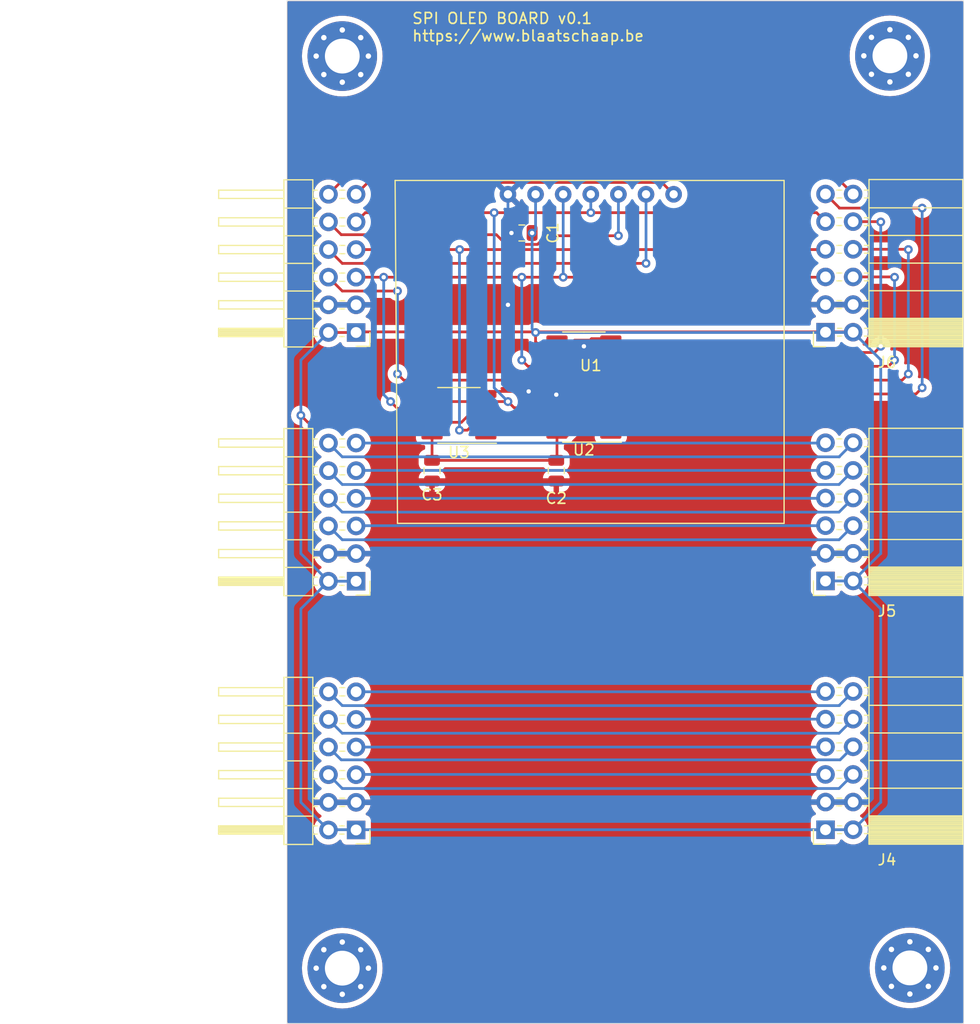
<source format=kicad_pcb>
(kicad_pcb (version 20221018) (generator pcbnew)
  (layers (0 "F.Cu" signal) (31 "B.Cu" signal) (34 "B.Paste" user "B.Plakken") (35 "F.Paste" user "F.Plakken") (36 "B.SilkS" user "B.Silkscreen") (37 "F.SilkS" user "F.Silkscreen") (38 "B.Mask" user) (39 "F.Mask" user "F. masker") (44 "Edge.Cuts" user))
  (net 0 "")
  (net 1 "SCL")
  (net 2 "SDA")
  (net 3 "IO4")
  (net 4 "IO3")
  (net 5 "RESET")
  (net 6 "IO2")
  (net 7 "INT")
  (net 8 "IO1")
  (net 9 "PMOD_SPI_OUT_CS3")
  (net 10 "PMOD_SPI_OUT_CS2")
  (net 11 "PMOD_UART_RESET")
  (net 12 "PMOD_UART_INT")
  (net 13 "PMOD_UART_CTS")
  (net 14 "PMOD_UART_TXD")
  (net 15 "PMOD_UART_GPIO3")
  (net 16 "PMOD_UART_RXD")
  (net 17 "PMOD_UART_GPIO4")
  (net 18 "PMOD_UART_RTS")
  (net 19 "PMOD_SPI_INT")
  (net 20 "PMOD_SPI_CS")
  (net 21 "PMOD_SPI_RESET")
  (net 22 "PMOD_SPI_MOSI")
  (net 23 "PMOD_SPI_CS2")
  (net 24 "PMOD_SPI_MISO")
  (net 25 "PMOD_SPI_CS3")
  (net 26 "PMOD_SPI_SCK")
  (net 27 "VCC")
  (net 28 "GND")
  (net 29 "PMOD_SPI_OUT_CS")
  (net 30 "PMOD_SPI_OUT_RESET")
  (net 35 "FLASH_CS")
  (footprint "Connector_PinHeader_2.54mm:PinHeader_2x06_P2.54mm_Horizontal" (layer "F.Cu") (at 63.5 119.38 180)
    (fp_text reference "J1" hide)
    (fp_text value "Conn_02x06_Odd_Even")
    (pad "1" thru_hole rect (at 0 0 180) (size 1.7 1.7) (drill 1) (layers "*.Cu" "*.Mask") (net 27 "VCC"))
    (pad "2" thru_hole oval (at 2.54 0 180) (size 1.7 1.7) (drill 1) (layers "*.Cu" "*.Mask") (net 27 "VCC"))
    (pad "3" thru_hole oval (at 0 2.54 180) (size 1.7 1.7) (drill 1) (layers "*.Cu" "*.Mask") (net 28 "GND"))
    (pad "4" thru_hole oval (at 2.54 2.54 180) (size 1.7 1.7) (drill 1) (layers "*.Cu" "*.Mask") (net 28 "GND"))
    (pad "5" thru_hole oval (at 0 5.08 180) (size 1.7 1.7) (drill 1) (layers "*.Cu" "*.Mask") (net 2 "SDA"))
    (pad "6" thru_hole oval (at 2.54 5.08 180) (size 1.7 1.7) (drill 1) (layers "*.Cu" "*.Mask") (net 3 "IO4"))
    (pad "7" thru_hole oval (at 0 7.62 180) (size 1.7 1.7) (drill 1) (layers "*.Cu" "*.Mask") (net 1 "SCL"))
    (pad "8" thru_hole oval (at 2.54 7.62 180) (size 1.7 1.7) (drill 1) (layers "*.Cu" "*.Mask") (net 4 "IO3"))
    (pad "9" thru_hole oval (at 0 10.16 180) (size 1.7 1.7) (drill 1) (layers "*.Cu" "*.Mask") (net 5 "RESET"))
    (pad "10" thru_hole oval (at 2.54 10.16 180) (size 1.7 1.7) (drill 1) (layers "*.Cu" "*.Mask") (net 6 "IO2"))
    (pad "11" thru_hole oval (at 0 12.7 180) (size 1.7 1.7) (drill 1) (layers "*.Cu" "*.Mask") (net 7 "INT"))
    (pad "12" thru_hole oval (at 2.54 12.7 180) (size 1.7 1.7) (drill 1) (layers "*.Cu" "*.Mask") (net 8 "IO1"))
  )
  (footprint "Connector_PinHeader_2.54mm:PinHeader_2x06_P2.54mm_Horizontal" (layer "F.Cu") (at 63.5 96.52 180)
    (fp_text reference "J2" hide)
    (fp_text value "Conn_02x06_Odd_Even")
    (pad "1" thru_hole rect (at 0 0 180) (size 1.7 1.7) (drill 1) (layers "*.Cu" "*.Mask") (net 27 "VCC"))
    (pad "2" thru_hole oval (at 2.54 0 180) (size 1.7 1.7) (drill 1) (layers "*.Cu" "*.Mask") (net 27 "VCC"))
    (pad "3" thru_hole oval (at 0 2.54 180) (size 1.7 1.7) (drill 1) (layers "*.Cu" "*.Mask") (net 28 "GND"))
    (pad "4" thru_hole oval (at 2.54 2.54 180) (size 1.7 1.7) (drill 1) (layers "*.Cu" "*.Mask") (net 28 "GND"))
    (pad "5" thru_hole oval (at 0 5.08 180) (size 1.7 1.7) (drill 1) (layers "*.Cu" "*.Mask") (net 18 "PMOD_UART_RTS"))
    (pad "6" thru_hole oval (at 2.54 5.08 180) (size 1.7 1.7) (drill 1) (layers "*.Cu" "*.Mask") (net 17 "PMOD_UART_GPIO4"))
    (pad "7" thru_hole oval (at 0 7.62 180) (size 1.7 1.7) (drill 1) (layers "*.Cu" "*.Mask") (net 16 "PMOD_UART_RXD"))
    (pad "8" thru_hole oval (at 2.54 7.62 180) (size 1.7 1.7) (drill 1) (layers "*.Cu" "*.Mask") (net 15 "PMOD_UART_GPIO3"))
    (pad "9" thru_hole oval (at 0 10.16 180) (size 1.7 1.7) (drill 1) (layers "*.Cu" "*.Mask") (net 14 "PMOD_UART_TXD"))
    (pad "10" thru_hole oval (at 2.54 10.16 180) (size 1.7 1.7) (drill 1) (layers "*.Cu" "*.Mask") (net 11 "PMOD_UART_RESET"))
    (pad "11" thru_hole oval (at 0 12.7 180) (size 1.7 1.7) (drill 1) (layers "*.Cu" "*.Mask") (net 13 "PMOD_UART_CTS"))
    (pad "12" thru_hole oval (at 2.54 12.7 180) (size 1.7 1.7) (drill 1) (layers "*.Cu" "*.Mask") (net 12 "PMOD_UART_INT"))
  )
  (footprint "Connector_PinHeader_2.54mm:PinHeader_2x06_P2.54mm_Horizontal" (layer "F.Cu") (at 63.5 73.66 180)
    (fp_text reference "J3" hide)
    (fp_text value "Conn_02x06_Odd_Even")
    (pad "1" thru_hole rect (at 0 0 180) (size 1.7 1.7) (drill 1) (layers "*.Cu" "*.Mask") (net 27 "VCC"))
    (pad "2" thru_hole oval (at 2.54 0 180) (size 1.7 1.7) (drill 1) (layers "*.Cu" "*.Mask") (net 27 "VCC"))
    (pad "3" thru_hole oval (at 0 2.54 180) (size 1.7 1.7) (drill 1) (layers "*.Cu" "*.Mask") (net 28 "GND"))
    (pad "4" thru_hole oval (at 2.54 2.54 180) (size 1.7 1.7) (drill 1) (layers "*.Cu" "*.Mask") (net 28 "GND"))
    (pad "5" thru_hole oval (at 0 5.08 180) (size 1.7 1.7) (drill 1) (layers "*.Cu" "*.Mask") (net 26 "PMOD_SPI_SCK"))
    (pad "6" thru_hole oval (at 2.54 5.08 180) (size 1.7 1.7) (drill 1) (layers "*.Cu" "*.Mask") (net 25 "PMOD_SPI_CS3"))
    (pad "7" thru_hole oval (at 0 7.62 180) (size 1.7 1.7) (drill 1) (layers "*.Cu" "*.Mask") (net 24 "PMOD_SPI_MISO"))
    (pad "8" thru_hole oval (at 2.54 7.62 180) (size 1.7 1.7) (drill 1) (layers "*.Cu" "*.Mask") (net 23 "PMOD_SPI_CS2"))
    (pad "9" thru_hole oval (at 0 10.16 180) (size 1.7 1.7) (drill 1) (layers "*.Cu" "*.Mask") (net 22 "PMOD_SPI_MOSI"))
    (pad "10" thru_hole oval (at 2.54 10.16 180) (size 1.7 1.7) (drill 1) (layers "*.Cu" "*.Mask") (net 21 "PMOD_SPI_RESET"))
    (pad "11" thru_hole oval (at 0 12.7 180) (size 1.7 1.7) (drill 1) (layers "*.Cu" "*.Mask") (net 20 "PMOD_SPI_CS"))
    (pad "12" thru_hole oval (at 2.54 12.7 180) (size 1.7 1.7) (drill 1) (layers "*.Cu" "*.Mask") (net 19 "PMOD_SPI_INT"))
  )
  (footprint "Connector_PinSocket_2.54mm:PinSocket_2x06_P2.54mm_Horizontal" (layer "F.Cu") (at 106.68 119.355 180)
    (fp_text reference "J4" (at -5.65 -2.77) (layer "F.SilkS"))
    (fp_text value "Conn_02x06_Odd_Even")
    (pad "1" thru_hole rect (at 0 0 180) (size 1.7 1.7) (drill 1) (layers "*.Cu" "*.Mask") (net 27 "VCC"))
    (pad "2" thru_hole oval (at -2.54 0 180) (size 1.7 1.7) (drill 1) (layers "*.Cu" "*.Mask") (net 27 "VCC"))
    (pad "3" thru_hole oval (at 0 2.54 180) (size 1.7 1.7) (drill 1) (layers "*.Cu" "*.Mask") (net 28 "GND"))
    (pad "4" thru_hole oval (at -2.54 2.54 180) (size 1.7 1.7) (drill 1) (layers "*.Cu" "*.Mask") (net 28 "GND"))
    (pad "5" thru_hole oval (at 0 5.08 180) (size 1.7 1.7) (drill 1) (layers "*.Cu" "*.Mask") (net 2 "SDA"))
    (pad "6" thru_hole oval (at -2.54 5.08 180) (size 1.7 1.7) (drill 1) (layers "*.Cu" "*.Mask") (net 3 "IO4"))
    (pad "7" thru_hole oval (at 0 7.62 180) (size 1.7 1.7) (drill 1) (layers "*.Cu" "*.Mask") (net 1 "SCL"))
    (pad "8" thru_hole oval (at -2.54 7.62 180) (size 1.7 1.7) (drill 1) (layers "*.Cu" "*.Mask") (net 4 "IO3"))
    (pad "9" thru_hole oval (at 0 10.16 180) (size 1.7 1.7) (drill 1) (layers "*.Cu" "*.Mask") (net 5 "RESET"))
    (pad "10" thru_hole oval (at -2.54 10.16 180) (size 1.7 1.7) (drill 1) (layers "*.Cu" "*.Mask") (net 6 "IO2"))
    (pad "11" thru_hole oval (at 0 12.7 180) (size 1.7 1.7) (drill 1) (layers "*.Cu" "*.Mask") (net 7 "INT"))
    (pad "12" thru_hole oval (at -2.54 12.7 180) (size 1.7 1.7) (drill 1) (layers "*.Cu" "*.Mask") (net 8 "IO1"))
  )
  (footprint "Connector_PinSocket_2.54mm:PinSocket_2x06_P2.54mm_Horizontal" (layer "F.Cu") (at 106.68 96.495 180)
    (fp_text reference "J5" (at -5.65 -2.77) (layer "F.SilkS"))
    (fp_text value "Conn_02x06_Odd_Even")
    (pad "1" thru_hole rect (at 0 0 180) (size 1.7 1.7) (drill 1) (layers "*.Cu" "*.Mask") (net 27 "VCC"))
    (pad "2" thru_hole oval (at -2.54 0 180) (size 1.7 1.7) (drill 1) (layers "*.Cu" "*.Mask") (net 27 "VCC"))
    (pad "3" thru_hole oval (at 0 2.54 180) (size 1.7 1.7) (drill 1) (layers "*.Cu" "*.Mask") (net 28 "GND"))
    (pad "4" thru_hole oval (at -2.54 2.54 180) (size 1.7 1.7) (drill 1) (layers "*.Cu" "*.Mask") (net 28 "GND"))
    (pad "5" thru_hole oval (at 0 5.08 180) (size 1.7 1.7) (drill 1) (layers "*.Cu" "*.Mask") (net 18 "PMOD_UART_RTS"))
    (pad "6" thru_hole oval (at -2.54 5.08 180) (size 1.7 1.7) (drill 1) (layers "*.Cu" "*.Mask") (net 17 "PMOD_UART_GPIO4"))
    (pad "7" thru_hole oval (at 0 7.62 180) (size 1.7 1.7) (drill 1) (layers "*.Cu" "*.Mask") (net 16 "PMOD_UART_RXD"))
    (pad "8" thru_hole oval (at -2.54 7.62 180) (size 1.7 1.7) (drill 1) (layers "*.Cu" "*.Mask") (net 15 "PMOD_UART_GPIO3"))
    (pad "9" thru_hole oval (at 0 10.16 180) (size 1.7 1.7) (drill 1) (layers "*.Cu" "*.Mask") (net 14 "PMOD_UART_TXD"))
    (pad "10" thru_hole oval (at -2.54 10.16 180) (size 1.7 1.7) (drill 1) (layers "*.Cu" "*.Mask") (net 11 "PMOD_UART_RESET"))
    (pad "11" thru_hole oval (at 0 12.7 180) (size 1.7 1.7) (drill 1) (layers "*.Cu" "*.Mask") (net 13 "PMOD_UART_CTS"))
    (pad "12" thru_hole oval (at -2.54 12.7 180) (size 1.7 1.7) (drill 1) (layers "*.Cu" "*.Mask") (net 12 "PMOD_UART_INT"))
  )
  (footprint "Connector_PinSocket_2.54mm:PinSocket_2x06_P2.54mm_Horizontal" (layer "F.Cu") (at 106.68 73.635 180)
    (fp_text reference "J6" (at -5.65 -2.77) (layer "F.SilkS"))
    (fp_text value "Conn_02x06_Odd_Even")
    (pad "1" thru_hole rect (at 0 0 180) (size 1.7 1.7) (drill 1) (layers "*.Cu" "*.Mask") (net 27 "VCC"))
    (pad "2" thru_hole oval (at -2.54 0 180) (size 1.7 1.7) (drill 1) (layers "*.Cu" "*.Mask") (net 27 "VCC"))
    (pad "3" thru_hole oval (at 0 2.54 180) (size 1.7 1.7) (drill 1) (layers "*.Cu" "*.Mask") (net 28 "GND"))
    (pad "4" thru_hole oval (at -2.54 2.54 180) (size 1.7 1.7) (drill 1) (layers "*.Cu" "*.Mask") (net 28 "GND"))
    (pad "5" thru_hole oval (at 0 5.08 180) (size 1.7 1.7) (drill 1) (layers "*.Cu" "*.Mask") (net 26 "PMOD_SPI_SCK"))
    (pad "6" thru_hole oval (at -2.54 5.08 180) (size 1.7 1.7) (drill 1) (layers "*.Cu" "*.Mask") (net 9 "PMOD_SPI_OUT_CS3"))
    (pad "7" thru_hole oval (at 0 7.62 180) (size 1.7 1.7) (drill 1) (layers "*.Cu" "*.Mask") (net 24 "PMOD_SPI_MISO"))
    (pad "8" thru_hole oval (at -2.54 7.62 180) (size 1.7 1.7) (drill 1) (layers "*.Cu" "*.Mask") (net 10 "PMOD_SPI_OUT_CS2"))
    (pad "9" thru_hole oval (at 0 10.16 180) (size 1.7 1.7) (drill 1) (layers "*.Cu" "*.Mask") (net 22 "PMOD_SPI_MOSI"))
    (pad "10" thru_hole oval (at -2.54 10.16 180) (size 1.7 1.7) (drill 1) (layers "*.Cu" "*.Mask") (net 30 "PMOD_SPI_OUT_RESET"))
    (pad "11" thru_hole oval (at 0 12.7 180) (size 1.7 1.7) (drill 1) (layers "*.Cu" "*.Mask") (net 29 "PMOD_SPI_OUT_CS"))
    (pad "12" thru_hole oval (at -2.54 12.7 180) (size 1.7 1.7) (drill 1) (layers "*.Cu" "*.Mask") (net 19 "PMOD_SPI_INT"))
  )
  (footprint "MountingHole:MountingHole_3.2mm_M3_Pad_Via" (layer "F.Cu") (at 62.23 48.26)
    (fp_text reference "H1" hide)
    (fp_text value "MountingHole")
    (pad "1" thru_hole circle (at -2.4 0) (size 0.8 0.8) (drill 0.5) (layers "*.Cu" "*.Mask"))
    (pad "1" thru_hole circle (at -1.697056 -1.697056) (size 0.8 0.8) (drill 0.5) (layers "*.Cu" "*.Mask"))
    (pad "1" thru_hole circle (at -1.697056 1.697056) (size 0.8 0.8) (drill 0.5) (layers "*.Cu" "*.Mask"))
    (pad "1" thru_hole circle (at 0 -2.4) (size 0.8 0.8) (drill 0.5) (layers "*.Cu" "*.Mask"))
    (pad "1" thru_hole circle (at 0 0) (size 6.4 6.4) (drill 3.2) (layers "*.Cu" "*.Mask"))
    (pad "1" thru_hole circle (at 0 2.4) (size 0.8 0.8) (drill 0.5) (layers "*.Cu" "*.Mask"))
    (pad "1" thru_hole circle (at 1.697056 -1.697056) (size 0.8 0.8) (drill 0.5) (layers "*.Cu" "*.Mask"))
    (pad "1" thru_hole circle (at 1.697056 1.697056) (size 0.8 0.8) (drill 0.5) (layers "*.Cu" "*.Mask"))
    (pad "1" thru_hole circle (at 2.4 0) (size 0.8 0.8) (drill 0.5) (layers "*.Cu" "*.Mask"))
  )
  (footprint "MountingHole:MountingHole_3.2mm_M3_Pad_Via" (layer "F.Cu") (at 62.23 132.08)
    (fp_text reference "H2" hide)
    (fp_text value "MountingHole")
    (pad "1" thru_hole circle (at -2.4 0) (size 0.8 0.8) (drill 0.5) (layers "*.Cu" "*.Mask"))
    (pad "1" thru_hole circle (at -1.697056 -1.697056) (size 0.8 0.8) (drill 0.5) (layers "*.Cu" "*.Mask"))
    (pad "1" thru_hole circle (at -1.697056 1.697056) (size 0.8 0.8) (drill 0.5) (layers "*.Cu" "*.Mask"))
    (pad "1" thru_hole circle (at 0 -2.4) (size 0.8 0.8) (drill 0.5) (layers "*.Cu" "*.Mask"))
    (pad "1" thru_hole circle (at 0 0) (size 6.4 6.4) (drill 3.2) (layers "*.Cu" "*.Mask"))
    (pad "1" thru_hole circle (at 0 2.4) (size 0.8 0.8) (drill 0.5) (layers "*.Cu" "*.Mask"))
    (pad "1" thru_hole circle (at 1.697056 -1.697056) (size 0.8 0.8) (drill 0.5) (layers "*.Cu" "*.Mask"))
    (pad "1" thru_hole circle (at 1.697056 1.697056) (size 0.8 0.8) (drill 0.5) (layers "*.Cu" "*.Mask"))
    (pad "1" thru_hole circle (at 2.4 0) (size 0.8 0.8) (drill 0.5) (layers "*.Cu" "*.Mask"))
  )
  (footprint "MountingHole:MountingHole_3.2mm_M3_Pad_Via" (layer "F.Cu") (at 112.602944 48.235)
    (fp_text reference "H3" hide)
    (fp_text value "MountingHole")
    (pad "1" thru_hole circle (at -2.4 0) (size 0.8 0.8) (drill 0.5) (layers "*.Cu" "*.Mask"))
    (pad "1" thru_hole circle (at -1.697056 -1.697056) (size 0.8 0.8) (drill 0.5) (layers "*.Cu" "*.Mask"))
    (pad "1" thru_hole circle (at -1.697056 1.697056) (size 0.8 0.8) (drill 0.5) (layers "*.Cu" "*.Mask"))
    (pad "1" thru_hole circle (at 0 -2.4) (size 0.8 0.8) (drill 0.5) (layers "*.Cu" "*.Mask"))
    (pad "1" thru_hole circle (at 0 0) (size 6.4 6.4) (drill 3.2) (layers "*.Cu" "*.Mask"))
    (pad "1" thru_hole circle (at 0 2.4) (size 0.8 0.8) (drill 0.5) (layers "*.Cu" "*.Mask"))
    (pad "1" thru_hole circle (at 1.697056 -1.697056) (size 0.8 0.8) (drill 0.5) (layers "*.Cu" "*.Mask"))
    (pad "1" thru_hole circle (at 1.697056 1.697056) (size 0.8 0.8) (drill 0.5) (layers "*.Cu" "*.Mask"))
    (pad "1" thru_hole circle (at 2.4 0) (size 0.8 0.8) (drill 0.5) (layers "*.Cu" "*.Mask"))
  )
  (footprint "MountingHole:MountingHole_3.2mm_M3_Pad_Via" (layer "F.Cu") (at 114.44 132.055)
    (fp_text reference "H4" hide)
    (fp_text value "MountingHole")
    (pad "1" thru_hole circle (at -2.4 0) (size 0.8 0.8) (drill 0.5) (layers "*.Cu" "*.Mask"))
    (pad "1" thru_hole circle (at -1.697056 -1.697056) (size 0.8 0.8) (drill 0.5) (layers "*.Cu" "*.Mask"))
    (pad "1" thru_hole circle (at -1.697056 1.697056) (size 0.8 0.8) (drill 0.5) (layers "*.Cu" "*.Mask"))
    (pad "1" thru_hole circle (at 0 -2.4) (size 0.8 0.8) (drill 0.5) (layers "*.Cu" "*.Mask"))
    (pad "1" thru_hole circle (at 0 0) (size 6.4 6.4) (drill 3.2) (layers "*.Cu" "*.Mask"))
    (pad "1" thru_hole circle (at 0 2.4) (size 0.8 0.8) (drill 0.5) (layers "*.Cu" "*.Mask"))
    (pad "1" thru_hole circle (at 1.697056 -1.697056) (size 0.8 0.8) (drill 0.5) (layers "*.Cu" "*.Mask"))
    (pad "1" thru_hole circle (at 1.697056 1.697056) (size 0.8 0.8) (drill 0.5) (layers "*.Cu" "*.Mask"))
    (pad "1" thru_hole circle (at 2.4 0) (size 0.8 0.8) (drill 0.5) (layers "*.Cu" "*.Mask"))
  )
  (footprint "Capacitor_SMD:C_0805_2012Metric" (layer "F.Cu") (at 78.74 64.516 180)
    (fp_text reference "C1" (at -2.86 0 90) (layer "F.SilkS"))
    (fp_text value "C_Small")
    (pad "1" smd roundrect (at -0.95 0 180) (size 1 1.45) (layers "F.Cu" "F.Paste" "F.Mask") (net 27 "VCC"))
    (pad "2" smd roundrect (at 0.95 0 180) (size 1 1.45) (layers "F.Cu" "F.Paste" "F.Mask") (net 28 "GND"))
  )
  (footprint "Capacitor_SMD:C_0805_2012Metric" (layer "F.Cu") (at 81.915 86.36 -90)
    (fp_text reference "C2" (at 2.54 0 -180) (layer "F.SilkS"))
    (fp_text value "C_Small")
    (pad "1" smd roundrect (at -0.95 0 270) (size 1 1.45) (layers "F.Cu" "F.Paste" "F.Mask") (net 27 "VCC"))
    (pad "2" smd roundrect (at 0.95 0 270) (size 1 1.45) (layers "F.Cu" "F.Paste" "F.Mask") (net 28 "GND"))
  )
  (footprint "Package_SO:SOIC-8_3.9x4.9mm_P1.27mm" (layer "F.Cu") (at 72.96 81.28 180)
    (fp_text reference "U3" (at 0 -3.4) (layer "F.SilkS"))
    (fp_text value "AT25xxx")
    (pad "1" smd roundrect (at -2.475 -1.905 180) (size 1.95 0.6) (layers "F.Cu" "F.Paste" "F.Mask") (net 35 "FLASH_CS"))
    (pad "2" smd roundrect (at -2.475 -0.635 180) (size 1.95 0.6) (layers "F.Cu" "F.Paste" "F.Mask") (net 24 "PMOD_SPI_MISO"))
    (pad "3" smd roundrect (at -2.475 0.635 180) (size 1.95 0.6) (layers "F.Cu" "F.Paste" "F.Mask") (net 27 "VCC"))
    (pad "4" smd roundrect (at -2.475 1.905 180) (size 1.95 0.6) (layers "F.Cu" "F.Paste" "F.Mask") (net 28 "GND"))
    (pad "5" smd roundrect (at 2.475 1.905 180) (size 1.95 0.6) (layers "F.Cu" "F.Paste" "F.Mask") (net 22 "PMOD_SPI_MOSI"))
    (pad "6" smd roundrect (at 2.475 0.635 180) (size 1.95 0.6) (layers "F.Cu" "F.Paste" "F.Mask") (net 26 "PMOD_SPI_SCK"))
    (pad "7" smd roundrect (at 2.475 -0.635 180) (size 1.95 0.6) (layers "F.Cu" "F.Paste" "F.Mask") (net 27 "VCC"))
    (pad "8" smd roundrect (at 2.475 -1.905 180) (size 1.95 0.6) (layers "F.Cu" "F.Paste" "F.Mask") (net 27 "VCC"))
  )
  (footprint "Package_SO:SOIC-16_3.9x9.9mm_P1.27mm" (layer "F.Cu") (at 84.455 78.675 180)
    (fp_text reference "U2" (at 0 -5.78) (layer "F.SilkS"))
    (fp_text value "74HC595")
    (pad "1" smd roundrect (at -2.475 -4.445 180) (size 1.95 0.6) (layers "F.Cu" "F.Paste" "F.Mask"))
    (pad "2" smd roundrect (at -2.475 -3.175 180) (size 1.95 0.6) (layers "F.Cu" "F.Paste" "F.Mask"))
    (pad "3" smd roundrect (at -2.475 -1.905 180) (size 1.95 0.6) (layers "F.Cu" "F.Paste" "F.Mask"))
    (pad "4" smd roundrect (at -2.475 -0.635 180) (size 1.95 0.6) (layers "F.Cu" "F.Paste" "F.Mask") (net 29 "PMOD_SPI_OUT_CS"))
    (pad "5" smd roundrect (at -2.475 0.635 180) (size 1.95 0.6) (layers "F.Cu" "F.Paste" "F.Mask") (net 10 "PMOD_SPI_OUT_CS2"))
    (pad "6" smd roundrect (at -2.475 1.905 180) (size 1.95 0.6) (layers "F.Cu" "F.Paste" "F.Mask") (net 9 "PMOD_SPI_OUT_CS3"))
    (pad "7" smd roundrect (at -2.475 3.175 180) (size 1.95 0.6) (layers "F.Cu" "F.Paste" "F.Mask") (net 30 "PMOD_SPI_OUT_RESET"))
    (pad "8" smd roundrect (at -2.475 4.445 180) (size 1.95 0.6) (layers "F.Cu" "F.Paste" "F.Mask") (net 28 "GND"))
    (pad "9" smd roundrect (at 2.475 4.445 180) (size 1.95 0.6) (layers "F.Cu" "F.Paste" "F.Mask"))
    (pad "10" smd roundrect (at 2.475 3.175 180) (size 1.95 0.6) (layers "F.Cu" "F.Paste" "F.Mask") (net 27 "VCC"))
    (pad "11" smd roundrect (at 2.475 1.905 180) (size 1.95 0.6) (layers "F.Cu" "F.Paste" "F.Mask") (net 26 "PMOD_SPI_SCK"))
    (pad "12" smd roundrect (at 2.475 0.635 180) (size 1.95 0.6) (layers "F.Cu" "F.Paste" "F.Mask") (net 25 "PMOD_SPI_CS3"))
    (pad "13" smd roundrect (at 2.475 -0.635 180) (size 1.95 0.6) (layers "F.Cu" "F.Paste" "F.Mask") (net 28 "GND"))
    (pad "14" smd roundrect (at 2.475 -1.905 180) (size 1.95 0.6) (layers "F.Cu" "F.Paste" "F.Mask") (net 22 "PMOD_SPI_MOSI"))
    (pad "15" smd roundrect (at 2.475 -3.175 180) (size 1.95 0.6) (layers "F.Cu" "F.Paste" "F.Mask") (net 35 "FLASH_CS"))
    (pad "16" smd roundrect (at 2.475 -4.445 180) (size 1.95 0.6) (layers "F.Cu" "F.Paste" "F.Mask") (net 27 "VCC"))
  )
  (footprint "Capacitor_SMD:C_0805_2012Metric" (layer "F.Cu") (at 70.485 86.36 -90)
    (fp_text reference "C3" (at 2.22 0 -180) (layer "F.SilkS"))
    (fp_text value "C_Small")
    (pad "1" smd roundrect (at -0.95 0 270) (size 1 1.45) (layers "F.Cu" "F.Paste" "F.Mask") (net 27 "VCC"))
    (pad "2" smd roundrect (at 0.95 0 270) (size 1 1.45) (layers "F.Cu" "F.Paste" "F.Mask") (net 28 "GND"))
  )
  (footprint "AvS_Modules:MOD_OLED_SPI_128x64_1.3" (layer "F.Cu") (at 85.09 76.2)
    (fp_text reference "U1" (at 0 0.5) (layer "F.SilkS"))
    (fp_text value "MOD_OLED_SPI")
    (pad "1" thru_hole circle (at -7.62 -15.24) (size 1.524 1.524) (drill 0.762) (layers "*.Cu" "*.Mask") (net 28 "GND"))
    (pad "2" thru_hole circle (at -5.08 -15.24) (size 1.524 1.524) (drill 0.762) (layers "*.Cu" "*.Mask") (net 27 "VCC"))
    (pad "3" thru_hole circle (at -2.54 -15.24) (size 1.524 1.524) (drill 0.762) (layers "*.Cu" "*.Mask") (net 26 "PMOD_SPI_SCK"))
    (pad "4" thru_hole circle (at 0 -15.24) (size 1.524 1.524) (drill 0.762) (layers "*.Cu" "*.Mask") (net 22 "PMOD_SPI_MOSI"))
    (pad "5" thru_hole circle (at 2.54 -15.24) (size 1.524 1.524) (drill 0.762) (layers "*.Cu" "*.Mask") (net 21 "PMOD_SPI_RESET"))
    (pad "6" thru_hole circle (at 5.08 -15.24) (size 1.524 1.524) (drill 0.762) (layers "*.Cu" "*.Mask") (net 23 "PMOD_SPI_CS2"))
    (pad "7" thru_hole circle (at 7.62 -15.24) (size 1.524 1.524) (drill 0.762) (layers "*.Cu" "*.Mask") (net 20 "PMOD_SPI_CS"))
  )
  (gr_line (start 119.38 137.16) (end 57.15 137.16) (stroke (width 0.05)) (layer "Edge.Cuts"))
  (gr_line (start 57.15 43.18) (end 119.38 43.18) (stroke (width 0.05)) (layer "Edge.Cuts"))
  (gr_line (start 57.15 43.18) (end 57.15 137.16) (stroke (width 0.05)) (layer "Edge.Cuts"))
  (gr_line (start 119.38 43.18) (end 119.38 137.16) (stroke (width 0.05)) (layer "Edge.Cuts"))
  (gr_text "SPI OLED BOARD v0.1\nhttps://www.blaatschaap.be" (at 68.58 46.99) (layer "F.SilkS") (effects (font (size 1 1)) (justify left bottom)))
  (segment (start 106.655 111.76) (end 106.68 111.735) (width 0.25) (layer "B.Cu") (net 1))
  (segment (start 63.5 111.76) (end 106.655 111.76) (width 0.25) (layer "B.Cu") (net 1))
  (segment (start 106.68 114.275) (end 63.525 114.275) (width 0.25) (layer "B.Cu") (net 2))
  (segment (start 63.525 114.275) (end 63.5 114.3) (width 0.25) (layer "B.Cu") (net 2))
  (segment (start 60.96 114.3) (end 62.23 115.57) (width 0.25) (layer "B.Cu") (net 3))
  (segment (start 107.925 115.57) (end 109.22 114.275) (width 0.25) (layer "B.Cu") (net 3))
  (segment (start 62.23 115.57) (end 107.925 115.57) (width 0.25) (layer "B.Cu") (net 3))
  (segment (start 108.02 112.935) (end 62.135 112.935) (width 0.25) (layer "B.Cu") (net 4))
  (segment (start 62.135 112.935) (end 60.96 111.76) (width 0.25) (layer "B.Cu") (net 4))
  (segment (start 109.22 111.735) (end 108.02 112.935) (width 0.25) (layer "B.Cu") (net 4))
  (segment (start 63.525 109.195) (end 63.5 109.22) (width 0.25) (layer "B.Cu") (net 5))
  (segment (start 106.68 109.195) (end 63.525 109.195) (width 0.25) (layer "B.Cu") (net 5))
  (segment (start 62.23 110.49) (end 107.925 110.49) (width 0.25) (layer "B.Cu") (net 6))
  (segment (start 60.96 109.22) (end 62.23 110.49) (width 0.25) (layer "B.Cu") (net 6))
  (segment (start 107.925 110.49) (end 109.22 109.195) (width 0.25) (layer "B.Cu") (net 6))
  (segment (start 106.655 106.68) (end 106.68 106.655) (width 0.25) (layer "B.Cu") (net 7))
  (segment (start 63.5 106.68) (end 106.655 106.68) (width 0.25) (layer "B.Cu") (net 7))
  (segment (start 107.95 107.95) (end 62.23 107.95) (width 0.25) (layer "B.Cu") (net 8))
  (segment (start 107.95 107.925) (end 107.95 107.95) (width 0.25) (layer "B.Cu") (net 8))
  (segment (start 109.22 106.655) (end 107.95 107.925) (width 0.25) (layer "B.Cu") (net 8))
  (segment (start 62.23 107.95) (end 60.96 106.68) (width 0.25) (layer "B.Cu") (net 8))
  (segment (start 113.005 68.555) (end 109.22 68.555) (width 0.25) (layer "F.Cu") (net 9))
  (segment (start 113.03 68.58) (end 113.005 68.555) (width 0.25) (layer "F.Cu") (net 9))
  (segment (start 86.93 76.77) (end 112.46 76.77) (width 0.25) (layer "F.Cu") (net 9))
  (segment (start 112.46 76.77) (end 113.03 76.2) (width 0.25) (layer "F.Cu") (net 9))
  (via (at 113.03 68.58) (size 0.8) (drill 0.4) (layers "F.Cu" "B.Cu") (net 9))
  (via (at 113.03 76.2) (size 0.8) (drill 0.4) (layers "F.Cu" "B.Cu") (net 9))
  (segment (start 113.03 76.2) (end 113.03 68.58) (width 0.25) (layer "B.Cu") (net 9))
  (segment (start 114.275 66.015) (end 109.22 66.015) (width 0.25) (layer "F.Cu") (net 10))
  (segment (start 113.73 78.04) (end 114.3 77.47) (width 0.25) (layer "F.Cu") (net 10))
  (segment (start 86.93 78.04) (end 113.73 78.04) (width 0.25) (layer "F.Cu") (net 10))
  (segment (start 114.3 66.04) (end 114.275 66.015) (width 0.25) (layer "F.Cu") (net 10))
  (via (at 114.3 77.47) (size 0.8) (drill 0.4) (layers "F.Cu" "B.Cu") (net 10))
  (via (at 114.3 66.04) (size 0.8) (drill 0.4) (layers "F.Cu" "B.Cu") (net 10))
  (segment (start 114.3 77.47) (end 114.3 66.04) (width 0.25) (layer "B.Cu") (net 10))
  (segment (start 60.96 86.36) (end 62.23 87.63) (width 0.25) (layer "B.Cu") (net 11))
  (segment (start 62.23 87.63) (end 107.925 87.63) (width 0.25) (layer "B.Cu") (net 11))
  (segment (start 107.925 87.63) (end 109.22 86.335) (width 0.25) (layer "B.Cu") (net 11))
  (segment (start 107.95 85.065) (end 107.95 85.09) (width 0.25) (layer "B.Cu") (net 12))
  (segment (start 62.23 85.09) (end 60.96 83.82) (width 0.25) (layer "B.Cu") (net 12))
  (segment (start 109.22 83.795) (end 107.95 85.065) (width 0.25) (layer "B.Cu") (net 12))
  (segment (start 107.95 85.09) (end 62.23 85.09) (width 0.25) (layer "B.Cu") (net 12))
  (segment (start 106.655 83.82) (end 106.68 83.795) (width 0.25) (layer "B.Cu") (net 13))
  (segment (start 63.5 83.82) (end 106.655 83.82) (width 0.25) (layer "B.Cu") (net 13))
  (segment (start 63.525 86.335) (end 63.5 86.36) (width 0.25) (layer "B.Cu") (net 14))
  (segment (start 106.68 86.335) (end 63.525 86.335) (width 0.25) (layer "B.Cu") (net 14))
  (segment (start 109.22 88.875) (end 107.925 90.17) (width 0.25) (layer "B.Cu") (net 15))
  (segment (start 107.925 90.17) (end 62.23 90.17) (width 0.25) (layer "B.Cu") (net 15))
  (segment (start 62.23 90.17) (end 60.96 88.9) (width 0.25) (layer "B.Cu") (net 15))
  (segment (start 63.5 88.9) (end 106.655 88.9) (width 0.25) (layer "B.Cu") (net 16))
  (segment (start 106.655 88.9) (end 106.68 88.875) (width 0.25) (layer "B.Cu") (net 16))
  (segment (start 107.925 92.71) (end 109.22 91.415) (width 0.25) (layer "B.Cu") (net 17))
  (segment (start 60.96 91.44) (end 62.23 92.71) (width 0.25) (layer "B.Cu") (net 17))
  (segment (start 62.23 92.71) (end 107.925 92.71) (width 0.25) (layer "B.Cu") (net 17))
  (segment (start 63.525 91.415) (end 63.5 91.44) (width 0.25) (layer "B.Cu") (net 18))
  (segment (start 106.68 91.415) (end 63.525 91.415) (width 0.25) (layer "B.Cu") (net 18))
  (segment (start 109.22 60.935) (end 106.705 58.42) (width 0.25) (layer "F.Cu") (net 19))
  (segment (start 63.5 58.42) (end 60.96 60.96) (width 0.25) (layer "F.Cu") (net 19))
  (segment (start 106.705 58.42) (end 63.5 58.42) (width 0.25) (layer "F.Cu") (net 19))
  (segment (start 63.5 60.96) (end 64.587 59.873) (width 0.25) (layer "F.Cu") (net 20))
  (segment (start 64.587 59.873) (end 91.623 59.873) (width 0.25) (layer "F.Cu") (net 20))
  (segment (start 91.623 59.873) (end 92.71 60.96) (width 0.25) (layer "F.Cu") (net 20))
  (segment (start 80.9811 64.77) (end 87.63 64.77) (width 0.25) (layer "F.Cu") (net 21))
  (segment (start 60.96 63.5) (end 62.135 64.675) (width 0.25) (layer "F.Cu") (net 21))
  (segment (start 76.4039 64.675) (end 77.2949 65.566) (width 0.25) (layer "F.Cu") (net 21))
  (segment (start 77.2949 65.566) (end 80.1851 65.566) (width 0.25) (layer "F.Cu") (net 21))
  (segment (start 80.1851 65.566) (end 80.9811 64.77) (width 0.25) (layer "F.Cu") (net 21))
  (segment (start 62.135 64.675) (end 76.4039 64.675) (width 0.25) (layer "F.Cu") (net 21))
  (via (at 87.63 64.77) (size 0.8) (drill 0.4) (layers "F.Cu" "B.Cu") (net 21))
  (segment (start 87.63 60.96) (end 87.63 64.77) (width 0.25) (layer "B.Cu") (net 21))
  (segment (start 78.04 80.58) (end 77.47 80.01) (width 0.25) (layer "F.Cu") (net 22))
  (segment (start 70.485 79.375) (end 71.12 80.01) (width 0.25) (layer "F.Cu") (net 22))
  (segment (start 63.5 63.5) (end 64.35 62.65) (width 0.25) (layer "F.Cu") (net 22))
  (segment (start 71.12 80.01) (end 77.47 80.01) (width 0.25) (layer "F.Cu") (net 22))
  (segment (start 76.2 62.65) (end 85.09 62.65) (width 0.25) (layer "F.Cu") (net 22))
  (segment (start 81.98 80.58) (end 78.04 80.58) (width 0.25) (layer "F.Cu") (net 22))
  (segment (start 64.35 62.65) (end 76.2 62.65) (width 0.25) (layer "F.Cu") (net 22))
  (segment (start 105.855 62.65) (end 106.68 63.475) (width 0.25) (layer "F.Cu") (net 22))
  (segment (start 85.09 62.65) (end 105.855 62.65) (width 0.25) (layer "F.Cu") (net 22))
  (via (at 76.2 62.65) (size 0.8) (drill 0.4) (layers "F.Cu" "B.Cu") (net 22))
  (via (at 77.47 80.01) (size 0.8) (drill 0.4) (layers "F.Cu" "B.Cu") (net 22))
  (via (at 85.09 62.65) (size 0.8) (drill 0.4) (layers "F.Cu" "B.Cu") (net 22))
  (segment (start 76.2 78.74) (end 76.2 62.65) (width 0.25) (layer "B.Cu") (net 22))
  (segment (start 77.47 80.01) (end 76.2 78.74) (width 0.25) (layer "B.Cu") (net 22))
  (segment (start 85.09 60.96) (end 85.09 62.65) (width 0.25) (layer "B.Cu") (net 22))
  (segment (start 62.23 67.31) (end 90.17 67.31) (width 0.25) (layer "F.Cu") (net 23))
  (segment (start 60.96 66.04) (end 62.23 67.31) (width 0.25) (layer "F.Cu") (net 23))
  (via (at 90.17 67.31) (size 0.8) (drill 0.4) (layers "F.Cu" "B.Cu") (net 23))
  (segment (start 90.17 67.31) (end 90.17 60.96) (width 0.25) (layer "B.Cu") (net 23))
  (segment (start 74.460001 81.915) (end 73.735501 82.6395) (width 0.25) (layer "F.Cu") (net 24))
  (segment (start 106.655 66.04) (end 106.68 66.015) (width 0.25) (layer "F.Cu") (net 24))
  (segment (start 73.025 66.04) (end 106.655 66.04) (width 0.25) (layer "F.Cu") (net 24))
  (segment (start 73.735501 82.6395) (end 73.007794 82.6395) (width 0.25) (layer "F.Cu") (net 24))
  (segment (start 63.5 66.04) (end 73.025 66.04) (width 0.25) (layer "F.Cu") (net 24))
  (segment (start 75.435 81.915) (end 74.460001 81.915) (width 0.25) (layer "F.Cu") (net 24))
  (via (at 73.025 66.04) (size 0.8) (drill 0.4) (layers "F.Cu" "B.Cu") (net 24))
  (via (at 73.007794 82.6395) (size 0.8) (drill 0.4) (layers "F.Cu" "B.Cu") (net 24))
  (segment (start 73.007794 66.057206) (end 73.025 66.04) (width 0.25) (layer "B.Cu") (net 24))
  (segment (start 73.007794 82.6395) (end 73.007794 66.057206) (width 0.25) (layer "B.Cu") (net 24))
  (segment (start 81.98 78.04) (end 67.88 78.04) (width 0.25) (layer "F.Cu") (net 25))
  (segment (start 67.88 78.04) (end 67.31 77.47) (width 0.25) (layer "F.Cu") (net 25))
  (segment (start 62.23 69.85) (end 60.96 68.58) (width 0.25) (layer "F.Cu") (net 25))
  (segment (start 67.31 69.85) (end 62.23 69.85) (width 0.25) (layer "F.Cu") (net 25))
  (via (at 67.31 77.47) (size 0.8) (drill 0.4) (layers "F.Cu" "B.Cu") (net 25))
  (via (at 67.31 69.85) (size 0.8) (drill 0.4) (layers "F.Cu" "B.Cu") (net 25))
  (segment (start 67.31 77.47) (end 67.31 69.85) (width 0.25) (layer "B.Cu") (net 25))
  (segment (start 66.04 68.58) (end 78.74 68.58) (width 0.25) (layer "F.Cu") (net 26))
  (segment (start 82.55 68.58) (end 106.655 68.58) (width 0.25) (layer "F.Cu") (net 26))
  (segment (start 67.31 80.645) (end 66.675 80.01) (width 0.25) (layer "F.Cu") (net 26))
  (segment (start 63.5 68.58) (end 66.04 68.58) (width 0.25) (layer "F.Cu") (net 26))
  (segment (start 78.74 68.58) (end 82.55 68.58) (width 0.25) (layer "F.Cu") (net 26))
  (segment (start 79.31 76.77) (end 78.74 76.2) (width 0.25) (layer "F.Cu") (net 26))
  (segment (start 81.98 76.77) (end 79.31 76.77) (width 0.25) (layer "F.Cu") (net 26))
  (segment (start 106.655 68.58) (end 106.68 68.555) (width 0.25) (layer "F.Cu") (net 26))
  (segment (start 70.485 80.645) (end 67.31 80.645) (width 0.25) (layer "F.Cu") (net 26))
  (via (at 82.55 68.58) (size 0.8) (drill 0.4) (layers "F.Cu" "B.Cu") (net 26))
  (via (at 66.675 80.01) (size 0.8) (drill 0.4) (layers "F.Cu" "B.Cu") (net 26))
  (via (at 78.74 76.2) (size 0.8) (drill 0.4) (layers "F.Cu" "B.Cu") (net 26))
  (via (at 66.04 68.58) (size 0.8) (drill 0.4) (layers "F.Cu" "B.Cu") (net 26))
  (via (at 78.74 68.58) (size 0.8) (drill 0.4) (layers "F.Cu" "B.Cu") (net 26))
  (segment (start 82.55 60.96) (end 82.55 68.58) (width 0.25) (layer "B.Cu") (net 26))
  (segment (start 66.675 80.01) (end 66.04 79.375) (width 0.25) (layer "B.Cu") (net 26))
  (segment (start 66.04 79.375) (end 66.04 68.58) (width 0.25) (layer "B.Cu") (net 26))
  (segment (start 78.74 76.2) (end 78.74 68.58) (width 0.25) (layer "B.Cu") (net 26))
  (segment (start 70.485 85.41) (end 70.485 83.185) (width 0.25) (layer "F.Cu") (net 27))
  (segment (start 83.82 76.365001) (end 82.954999 75.5) (width 0.25) (layer "F.Cu") (net 27))
  (segment (start 59.055 81.915) (end 58.42 81.28) (width 0.25) (layer "F.Cu") (net 27))
  (segment (start 82.954999 75.5) (end 81.98 75.5) (width 0.25) (layer "F.Cu") (net 27))
  (segment (start 73.190001 81.915) (end 70.485 81.915) (width 0.25) (layer "F.Cu") (net 27))
  (segment (start 81.98 85.345) (end 81.915 85.41) (width 0.25) (layer "F.Cu") (net 27))
  (segment (start 81.98 83.12) (end 82.954999 83.12) (width 0.25) (layer "F.Cu") (net 27))
  (segment (start 83.82 82.254999) (end 83.82 76.365001) (width 0.25) (layer "F.Cu") (net 27))
  (segment (start 81.98 75.5) (end 81.005001 75.5) (width 0.25) (layer "F.Cu") (net 27))
  (segment (start 75.435 80.645) (end 74.460001 80.645) (width 0.25) (layer "F.Cu") (net 27))
  (segment (start 82.954999 83.12) (end 83.82 82.254999) (width 0.25) (layer "F.Cu") (net 27))
  (segment (start 81.915 85.41) (end 70.485 85.41) (width 0.25) (layer "F.Cu") (net 27))
  (segment (start 63.5 73.66) (end 63.555 73.605) (width 0.25) (layer "F.Cu") (net 27))
  (segment (start 109.19 73.605) (end 109.22 73.635) (width 0.25) (layer "F.Cu") (net 27))
  (segment (start 70.485 81.915) (end 59.055 81.915) (width 0.25) (layer "F.Cu") (net 27))
  (segment (start 60.96 73.66) (end 63.5 73.66) (width 0.25) (layer "F.Cu") (net 27))
  (segment (start 70.485 83.185) (end 70.485 81.915) (width 0.25) (layer "F.Cu") (net 27))
  (segment (start 74.460001 80.645) (end 73.190001 81.915) (width 0.25) (layer "F.Cu") (net 27))
  (segment (start 63.555 73.605) (end 109.19 73.605) (width 0.25) (layer "F.Cu") (net 27))
  (segment (start 81.005001 75.5) (end 80.01 74.504999) (width 0.25) (layer "F.Cu") (net 27))
  (segment (start 81.98 83.12) (end 81.98 85.345) (width 0.25) (layer "F.Cu") (net 27))
  (segment (start 80.01 74.504999) (end 80.01 73.66) (width 0.25) (layer "F.Cu") (net 27))
  (via (at 58.42 81.28) (size 0.8) (drill 0.4) (layers "F.Cu" "B.Cu") (net 27))
  (via (at 79.69 64.516) (size 0.8) (drill 0.4) (layers "F.Cu" "B.Cu") (net 27))
  (via (at 80.01 73.66) (size 0.8) (drill 0.4) (layers "F.Cu" "B.Cu") (net 27))
  (segment (start 60.96 96.52) (end 58.42 93.98) (width 0.25) (layer "B.Cu") (net 27))
  (segment (start 109.22 119.355) (end 111.735 116.84) (width 0.25) (layer "B.Cu") (net 27))
  (segment (start 60.96 73.66) (end 58.42 76.2) (width 0.25) (layer "B.Cu") (net 27))
  (segment (start 58.42 81.28) (end 58.42 76.2) (width 0.25) (layer "B.Cu") (net 27))
  (segment (start 109.22 119.355) (end 60.985 119.355) (width 0.25) (layer "B.Cu") (net 27))
  (segment (start 63.5 96.52) (end 60.96 96.52) (width 0.25) (layer "B.Cu") (net 27))
  (segment (start 79.69 64.516) (end 79.69 73.34) (width 0.25) (layer "B.Cu") (net 27))
  (segment (start 80.01 60.96) (end 80.01 64.196) (width 0.25) (layer "B.Cu") (net 27))
  (segment (start 58.42 99.06) (end 60.96 96.52) (width 0.25) (layer "B.Cu") (net 27))
  (segment (start 111.76 76.175) (end 109.22 73.635) (width 0.25) (layer "B.Cu") (net 27))
  (segment (start 106.68 73.635) (end 109.22 73.635) (width 0.25) (layer "B.Cu") (net 27))
  (segment (start 60.96 119.38) (end 58.42 116.84) (width 0.25) (layer "B.Cu") (net 27))
  (segment (start 111.76 93.98) (end 111.76 76.175) (width 0.25) (layer "B.Cu") (net 27))
  (segment (start 109.22 96.495) (end 111.735 93.98) (width 0.25) (layer "B.Cu") (net 27))
  (segment (start 109.195 73.66) (end 109.22 73.635) (width 0.25) (layer "B.Cu") (net 27))
  (segment (start 80.01 64.196) (end 79.69 64.516) (width 0.25) (layer "B.Cu") (net 27))
  (segment (start 111.735 93.98) (end 111.76 93.98) (width 0.25) (layer "B.Cu") (net 27))
  (segment (start 79.69 73.34) (end 80.01 73.66) (width 0.25) (layer "B.Cu") (net 27))
  (segment (start 109.195 96.495) (end 106.68 96.495) (width 0.25) (layer "B.Cu") (net 27))
  (segment (start 58.42 116.84) (end 58.42 99.06) (width 0.25) (layer "B.Cu") (net 27))
  (segment (start 58.42 93.98) (end 58.42 81.28) (width 0.25) (layer "B.Cu") (net 27))
  (segment (start 60.985 119.355) (end 60.96 119.38) (width 0.25) (layer "B.Cu") (net 27))
  (segment (start 111.76 116.84) (end 111.76 99.06) (width 0.25) (layer "B.Cu") (net 27))
  (segment (start 80.01 73.66) (end 109.195 73.66) (width 0.25) (layer "B.Cu") (net 27))
  (segment (start 111.76 99.06) (end 109.195 96.495) (width 0.25) (layer "B.Cu") (net 27))
  (segment (start 111.735 116.84) (end 111.76 116.84) (width 0.25) (layer "B.Cu") (net 27))
  (segment (start 79.375 79.075) (end 81.745 79.075) (width 0.25) (layer "F.Cu") (net 28))
  (segment (start 82.045 79.375) (end 81.98 79.31) (width 0.25) (layer "F.Cu") (net 28))
  (segment (start 75.735 79.075) (end 79.375 79.075) (width 0.25) (layer "F.Cu") (net 28))
  (segment (start 86.93 74.23) (end 85.155 74.23) (width 0.25) (layer "F.Cu") (net 28))
  (segment (start 75.435 79.375) (end 75.735 79.075) (width 0.25) (layer "F.Cu") (net 28))
  (segment (start 77.47 71.12) (end 109.195 71.12) (width 0.25) (layer "F.Cu") (net 28))
  (segment (start 109.195 71.12) (end 109.22 71.095) (width 0.25) (layer "F.Cu") (net 28))
  (segment (start 60.96 71.12) (end 77.47 71.12) (width 0.25) (layer "F.Cu") (net 28))
  (segment (start 81.745 79.075) (end 81.915 79.245) (width 0.25) (layer "F.Cu") (net 28))
  (segment (start 81.915 79.245) (end 81.915 79.375) (width 0.25) (layer "F.Cu") (net 28))
  (segment (start 81.915 79.375) (end 82.045 79.375) (width 0.25) (layer "F.Cu") (net 28))
  (segment (start 85.155 74.23) (end 84.455 74.93) (width 0.25) (layer "F.Cu") (net 28))
  (via (at 79.375 79.075) (size 0.8) (drill 0.4) (layers "F.Cu" "B.Cu") (net 28))
  (via (at 77.79 64.516) (size 0.8) (drill 0.4) (layers "F.Cu" "B.Cu") (net 28))
  (via (at 81.915 79.375) (size 0.8) (drill 0.4) (layers "F.Cu" "B.Cu") (net 28))
  (via (at 77.47 71.12) (size 0.8) (drill 0.4) (layers "F.Cu" "B.Cu") (net 28))
  (via (at 84.455 74.93) (size 0.8) (drill 0.4) (layers "F.Cu" "B.Cu") (net 28))
  (segment (start 84.455 76.835) (end 81.915 79.375) (width 0.25) (layer "B.Cu") (net 28))
  (segment (start 77.79 64.516) (end 77.79 70.8) (width 0.25) (layer "B.Cu") (net 28))
  (segment (start 77.47 60.96) (end 77.47 64.196) (width 0.25) (layer "B.Cu") (net 28))
  (segment (start 77.47 64.196) (end 77.79 64.516) (width 0.25) (layer "B.Cu") (net 28))
  (segment (start 84.455 74.93) (end 84.455 76.835) (width 0.25) (layer "B.Cu") (net 28))
  (segment (start 77.79 70.8) (end 77.47 71.12) (width 0.25) (layer "B.Cu") (net 28))
  (segment (start 115 79.31) (end 115.57 78.74) (width 0.25) (layer "F.Cu") (net 29))
  (segment (start 107.95 62.205) (end 107.95 62.23) (width 0.25) (layer "F.Cu") (net 29))
  (segment (start 86.93 79.31) (end 115 79.31) (width 0.25) (layer "F.Cu") (net 29))
  (segment (start 106.68 60.935) (end 107.95 62.205) (width 0.25) (layer "F.Cu") (net 29))
  (segment (start 107.95 62.23) (end 115.57 62.23) (width 0.25) (layer "F.Cu") (net 29))
  (via (at 115.57 78.74) (size 0.8) (drill 0.4) (layers "F.Cu" "B.Cu") (net 29))
  (via (at 115.57 62.23) (size 0.8) (drill 0.4) (layers "F.Cu" "B.Cu") (net 29))
  (segment (start 115.57 78.74) (end 115.57 62.23) (width 0.25) (layer "B.Cu") (net 29))
  (segment (start 109.22 63.475) (end 111.735 63.475) (width 0.25) (layer "F.Cu") (net 30))
  (segment (start 111.735 63.475) (end 111.76 63.5) (width 0.25) (layer "F.Cu") (net 30))
  (segment (start 86.93 75.5) (end 111.19 75.5) (width 0.25) (layer "F.Cu") (net 30))
  (segment (start 111.19 75.5) (end 111.76 74.93) (width 0.25) (layer "F.Cu") (net 30))
  (via (at 111.76 74.93) (size 0.8) (drill 0.4) (layers "F.Cu" "B.Cu") (net 30))
  (via (at 111.76 63.5) (size 0.8) (drill 0.4) (layers "F.Cu" "B.Cu") (net 30))
  (segment (start 111.76 63.5) (end 111.76 74.93) (width 0.25) (layer "B.Cu") (net 30))
  (segment (start 81.63 81.5) (end 77.500908 81.5) (width 0.25) (layer "F.Cu") (net 35))
  (segment (start 81.98 81.85) (end 81.63 81.5) (width 0.25) (layer "F.Cu") (net 35))
  (segment (start 77.500908 81.5) (end 75.815908 83.185) (width 0.25) (layer "F.Cu") (net 35))
  (segment (start 75.815908 83.185) (end 75.435 83.185) (width 0.25) (layer "F.Cu") (net 35))
  (zone (net 28) (net_name "GND") (layers "F&B.Cu") (connect_pads (clearance 0.508)) (min_thickness 0.25) (fill yes (thermal_gap 0.5) (thermal_bridge_width 0.5))
    (polygon (pts (xy 57.15 43.18) (xy 119.38 43.18) (xy 119.38 137.16) (xy 57.15 137.16)))
  )
)
</source>
